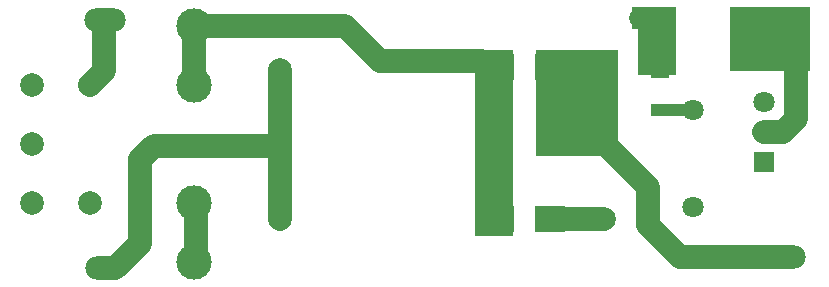
<source format=gbl>
G04*
G04 #@! TF.GenerationSoftware,Altium Limited,Altium Designer,22.10.1 (41)*
G04*
G04 Layer_Physical_Order=2*
G04 Layer_Color=16711680*
%FSLAX44Y44*%
%MOMM*%
G71*
G04*
G04 #@! TF.SameCoordinates,AEFCC64F-A21F-44B2-B13A-618CF61525BC*
G04*
G04*
G04 #@! TF.FilePolarity,Positive*
G04*
G01*
G75*
%ADD17C,2.0000*%
%ADD18C,1.0000*%
%ADD19R,1.8000X1.8000*%
%ADD20C,1.8000*%
%ADD21O,3.5000X2.0000*%
%ADD22C,2.0000*%
%ADD23C,3.0000*%
%ADD24C,1.5000*%
%ADD25R,1.0000X1.6000*%
%ADD26R,2.5000X2.3000*%
%ADD27R,1.6000X1.0000*%
%ADD28R,1.8000X1.4500*%
%ADD29R,6.7348X5.3800*%
%ADD30R,3.5200X1.9100*%
%ADD31R,6.9042X9.0800*%
%ADD32R,3.2700X15.8400*%
%ADD33R,3.2900X5.7900*%
D17*
X103400Y20000D02*
X124100Y40700D01*
Y112203D01*
X95300Y20000D02*
X103400D01*
X135816Y123918D02*
X242500D01*
X124100Y112203D02*
X135816Y123918D01*
X242500Y62000D02*
Y123918D01*
Y188000D01*
X170000Y25000D02*
X171500Y26500D01*
X170000Y75000D02*
X171500Y73500D01*
Y26500D02*
Y73500D01*
X169800Y175200D02*
Y224800D01*
X82000Y175100D02*
X94100Y187200D01*
Y230000D01*
X554400Y56750D02*
Y89000D01*
X581150Y30000D02*
X670000D01*
X554400Y56750D02*
X581150Y30000D01*
X652600Y135100D02*
X668384D01*
X680100Y146816D01*
Y208284D01*
X677500Y210884D02*
X680100Y208284D01*
X670000Y220000D02*
X677500D01*
Y210884D02*
Y220000D01*
X669200Y217400D02*
X673100Y221300D01*
X471500Y62000D02*
X517500D01*
X418484Y191600D02*
X427000D01*
X327400Y195800D02*
X414284D01*
X298300Y224900D02*
X327400Y195800D01*
X427000Y191600D02*
X428500Y190100D01*
X414284Y195800D02*
X418484Y191600D01*
X179600Y224900D02*
X298300D01*
X509678Y133722D02*
X554400Y89000D01*
D18*
X568000Y154000D02*
X568300Y153700D01*
X592400D01*
X565000Y154000D02*
X568000D01*
D19*
X652600Y109700D02*
D03*
D20*
Y135100D02*
D03*
Y160500D02*
D03*
X592400Y153700D02*
D03*
Y71700D02*
D03*
X670000Y30000D02*
D03*
Y220000D02*
D03*
X95000Y230000D02*
D03*
Y20000D02*
D03*
D21*
X670000Y220000D02*
D03*
Y30000D02*
D03*
X95300Y20000D02*
D03*
X95000Y230000D02*
D03*
D22*
X242500Y188000D02*
D03*
X517500D02*
D03*
X82000Y75100D02*
D03*
Y175100D02*
D03*
X32500D02*
D03*
Y75100D02*
D03*
Y125100D02*
D03*
X242500Y62000D02*
D03*
X517500D02*
D03*
D23*
X170000Y25000D02*
D03*
Y225000D02*
D03*
Y75000D02*
D03*
Y175000D02*
D03*
D24*
X546200Y231600D02*
D03*
D25*
X434000Y126100D02*
D03*
X466000D02*
D03*
D26*
X471500Y62000D02*
D03*
X428500D02*
D03*
Y190100D02*
D03*
X471500D02*
D03*
D27*
X565000Y154000D02*
D03*
Y186000D02*
D03*
D28*
X632750Y209450D02*
D03*
X567250D02*
D03*
X632750Y233950D02*
D03*
X567250D02*
D03*
D29*
X657424Y214300D02*
D03*
D30*
X558300Y231850D02*
D03*
D31*
X493979Y160300D02*
D03*
D32*
X424350Y126500D02*
D03*
D33*
X562350Y212450D02*
D03*
M02*

</source>
